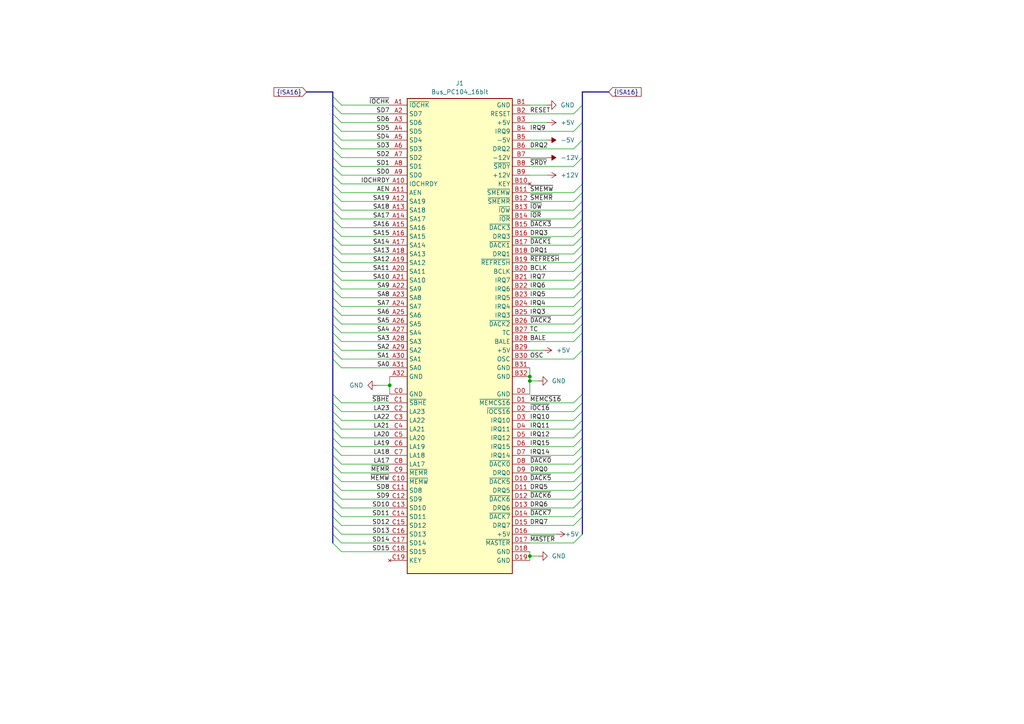
<source format=kicad_sch>
(kicad_sch (version 20230121) (generator eeschema)
  (paper "A4")
  (title_block (title "PC104 connector"))
  (lib_symbols
    (symbol "local:Bus_PC104_16bit"
      (property "Reference" "J" (at 0 69.215 0))
      (property "Value" "Bus_PC104_16bit" (at 0 1.27 90))
      (symbol "Bus_PC104_16bit_0_0"
        (pin power_in line (at -20.32 -13.97 0) (length 5.08) (name "GND") (number "A32"))
        (pin power_in line (at 20.32 -13.97 180) (length 5.08) (name "GND") (number "B32"))
        (pin no_connect line (at -20.32 -67.31 0) (length 5.08) (name "KEY") (number "C19"))
        (pin power_in line (at 20.32 -67.31 180) (length 5.08) (name "GND") (number "D19"))
      )
      (symbol "Bus_PC104_16bit_0_1"
        (rectangle (start -15.24 66.675) (end 15.24 -71.12) (stroke (width 0.254)) (fill (type background)))
      )
      (symbol "Bus_PC104_16bit_1_1"
        (pin passive line (at -20.32 64.77 0) (length 5.08) (name "~{IOCHK}") (number "A1"))
        (pin passive line (at -20.32 41.91 0) (length 5.08) (name "IOCHRDY") (number "A10"))
        (pin input line (at -20.32 39.37 0) (length 5.08) (name "AEN") (number "A11"))
        (pin tri_state line (at -20.32 36.83 0) (length 5.08) (name "SA19") (number "A12"))
        (pin tri_state line (at -20.32 34.29 0) (length 5.08) (name "SA18") (number "A13"))
        (pin tri_state line (at -20.32 31.75 0) (length 5.08) (name "SA17") (number "A14"))
        (pin tri_state line (at -20.32 29.21 0) (length 5.08) (name "SA16") (number "A15"))
        (pin tri_state line (at -20.32 26.67 0) (length 5.08) (name "SA15") (number "A16"))
        (pin tri_state line (at -20.32 24.13 0) (length 5.08) (name "SA14") (number "A17"))
        (pin tri_state line (at -20.32 21.59 0) (length 5.08) (name "SA13") (number "A18"))
        (pin tri_state line (at -20.32 19.05 0) (length 5.08) (name "SA12") (number "A19"))
        (pin tri_state line (at -20.32 62.23 0) (length 5.08) (name "SD7") (number "A2"))
        (pin tri_state line (at -20.32 16.51 0) (length 5.08) (name "SA11") (number "A20"))
        (pin tri_state line (at -20.32 13.97 0) (length 5.08) (name "SA10") (number "A21"))
        (pin tri_state line (at -20.32 11.43 0) (length 5.08) (name "SA9") (number "A22"))
        (pin tri_state line (at -20.32 8.89 0) (length 5.08) (name "SA8") (number "A23"))
        (pin tri_state line (at -20.32 6.35 0) (length 5.08) (name "SA7") (number "A24"))
        (pin tri_state line (at -20.32 3.81 0) (length 5.08) (name "SA6") (number "A25"))
        (pin tri_state line (at -20.32 1.27 0) (length 5.08) (name "SA5") (number "A26"))
        (pin tri_state line (at -20.32 -1.27 0) (length 5.08) (name "SA4") (number "A27"))
        (pin tri_state line (at -20.32 -3.81 0) (length 5.08) (name "SA3") (number "A28"))
        (pin tri_state line (at -20.32 -6.35 0) (length 5.08) (name "SA2") (number "A29"))
        (pin tri_state line (at -20.32 59.69 0) (length 5.08) (name "SD6") (number "A3"))
        (pin tri_state line (at -20.32 -8.89 0) (length 5.08) (name "SA1") (number "A30"))
        (pin tri_state line (at -20.32 -11.43 0) (length 5.08) (name "SA0") (number "A31"))
        (pin tri_state line (at -20.32 57.15 0) (length 5.08) (name "SD5") (number "A4"))
        (pin tri_state line (at -20.32 54.61 0) (length 5.08) (name "SD4") (number "A5"))
        (pin tri_state line (at -20.32 52.07 0) (length 5.08) (name "SD3") (number "A6"))
        (pin tri_state line (at -20.32 49.53 0) (length 5.08) (name "SD2") (number "A7"))
        (pin tri_state line (at -20.32 46.99 0) (length 5.08) (name "SD1") (number "A8"))
        (pin tri_state line (at -20.32 44.45 0) (length 5.08) (name "SD0") (number "A9"))
        (pin power_in line (at 20.32 64.77 180) (length 5.08) (name "GND") (number "B1"))
        (pin no_connect line (at 20.32 41.91 180) (length 5.08) (name "KEY") (number "B10"))
        (pin input line (at 20.32 39.37 180) (length 5.08) (name "~{SMEMW}") (number "B11"))
        (pin input line (at 20.32 36.83 180) (length 5.08) (name "~{SMEMR}") (number "B12"))
        (pin input line (at 20.32 34.29 180) (length 5.08) (name "~{IOW}") (number "B13"))
        (pin input line (at 20.32 31.75 180) (length 5.08) (name "~{IOR}") (number "B14"))
        (pin passive line (at 20.32 29.21 180) (length 5.08) (name "~{DACK3}") (number "B15"))
        (pin passive line (at 20.32 26.67 180) (length 5.08) (name "DRQ3") (number "B16"))
        (pin passive line (at 20.32 24.13 180) (length 5.08) (name "~{DACK1}") (number "B17"))
        (pin passive line (at 20.32 21.59 180) (length 5.08) (name "DRQ1") (number "B18"))
        (pin passive line (at 20.32 19.05 180) (length 5.08) (name "~{REFRESH}") (number "B19"))
        (pin input line (at 20.32 62.23 180) (length 5.08) (name "RESET") (number "B2"))
        (pin input line (at 20.32 16.51 180) (length 5.08) (name "BCLK") (number "B20"))
        (pin passive line (at 20.32 13.97 180) (length 5.08) (name "IRQ7") (number "B21"))
        (pin passive line (at 20.32 11.43 180) (length 5.08) (name "IRQ6") (number "B22"))
        (pin passive line (at 20.32 8.89 180) (length 5.08) (name "IRQ5") (number "B23"))
        (pin passive line (at 20.32 6.35 180) (length 5.08) (name "IRQ4") (number "B24"))
        (pin passive line (at 20.32 3.81 180) (length 5.08) (name "IRQ3") (number "B25"))
        (pin passive line (at 20.32 1.27 180) (length 5.08) (name "~{DACK2}") (number "B26"))
        (pin passive line (at 20.32 -1.27 180) (length 5.08) (name "TC") (number "B27"))
        (pin input line (at 20.32 -3.81 180) (length 5.08) (name "BALE") (number "B28"))
        (pin power_in line (at 20.32 -6.35 180) (length 5.08) (name "+5V") (number "B29"))
        (pin power_in line (at 20.32 59.69 180) (length 5.08) (name "+5V") (number "B3"))
        (pin input line (at 20.32 -8.89 180) (length 5.08) (name "OSC") (number "B30"))
        (pin power_in line (at 20.32 -11.43 180) (length 5.08) (name "GND") (number "B31"))
        (pin passive line (at 20.32 57.15 180) (length 5.08) (name "IRQ9") (number "B4"))
        (pin power_in line (at 20.32 54.61 180) (length 5.08) (name "-5V") (number "B5"))
        (pin passive line (at 20.32 52.07 180) (length 5.08) (name "DRQ2") (number "B6"))
        (pin power_in line (at 20.32 49.53 180) (length 5.08) (name "-12V") (number "B7"))
        (pin input line (at 20.32 46.99 180) (length 5.08) (name "~{SRDY}") (number "B8"))
        (pin power_in line (at 20.32 44.45 180) (length 5.08) (name "+12V") (number "B9"))
        (pin power_in line (at -20.32 -19.05 0) (length 5.08) (name "GND") (number "C0"))
        (pin passive line (at -20.32 -21.59 0) (length 5.08) (name "~{SBHE}") (number "C1"))
        (pin input line (at -20.32 -44.45 0) (length 5.08) (name "~{MEMW}") (number "C10"))
        (pin tri_state line (at -20.32 -46.99 0) (length 5.08) (name "SD8") (number "C11"))
        (pin tri_state line (at -20.32 -49.53 0) (length 5.08) (name "SD9") (number "C12"))
        (pin tri_state line (at -20.32 -52.07 0) (length 5.08) (name "SD10") (number "C13"))
        (pin tri_state line (at -20.32 -54.61 0) (length 5.08) (name "SD11") (number "C14"))
        (pin tri_state line (at -20.32 -57.15 0) (length 5.08) (name "SD12") (number "C15"))
        (pin tri_state line (at -20.32 -59.69 0) (length 5.08) (name "SD13") (number "C16"))
        (pin tri_state line (at -20.32 -62.23 0) (length 5.08) (name "SD14") (number "C17"))
        (pin tri_state line (at -20.32 -64.77 0) (length 5.08) (name "SD15") (number "C18"))
        (pin passive line (at -20.32 -24.13 0) (length 5.08) (name "LA23") (number "C2"))
        (pin passive line (at -20.32 -26.67 0) (length 5.08) (name "LA22") (number "C3"))
        (pin passive line (at -20.32 -29.21 0) (length 5.08) (name "LA21") (number "C4"))
        (pin passive line (at -20.32 -31.75 0) (length 5.08) (name "LA20") (number "C5"))
        (pin passive line (at -20.32 -34.29 0) (length 5.08) (name "LA19") (number "C6"))
        (pin passive line (at -20.32 -36.83 0) (length 5.08) (name "LA18") (number "C7"))
        (pin passive line (at -20.32 -39.37 0) (length 5.08) (name "LA17") (number "C8"))
        (pin input line (at -20.32 -41.91 0) (length 5.08) (name "~{MEMR}") (number "C9"))
        (pin power_in line (at 20.32 -19.05 180) (length 5.08) (name "GND") (number "D0"))
        (pin passive line (at 20.32 -21.59 180) (length 5.08) (name "~{MEMCS16}") (number "D1"))
        (pin input line (at 20.32 -44.45 180) (length 5.08) (name "~{DACK5}") (number "D10"))
        (pin passive line (at 20.32 -46.99 180) (length 5.08) (name "DRQ5") (number "D11"))
        (pin input line (at 20.32 -49.53 180) (length 5.08) (name "~{DACK6}") (number "D12"))
        (pin passive line (at 20.32 -52.07 180) (length 5.08) (name "DRQ6") (number "D13"))
        (pin input line (at 20.32 -54.61 180) (length 5.08) (name "~{DACK7}") (number "D14"))
        (pin passive line (at 20.32 -57.15 180) (length 5.08) (name "DRQ7") (number "D15"))
        (pin power_in line (at 20.32 -59.69 180) (length 5.08) (name "+5V") (number "D16"))
        (pin passive line (at 20.32 -62.23 180) (length 5.08) (name "~{MASTER}") (number "D17"))
        (pin power_in line (at 20.32 -64.77 180) (length 5.08) (name "GND") (number "D18"))
        (pin passive line (at 20.32 -24.13 180) (length 5.08) (name "~{IOCS16}") (number "D2"))
        (pin passive line (at 20.32 -26.67 180) (length 5.08) (name "IRQ10") (number "D3"))
        (pin passive line (at 20.32 -29.21 180) (length 5.08) (name "IRQ11") (number "D4"))
        (pin passive line (at 20.32 -31.75 180) (length 5.08) (name "IRQ12") (number "D5"))
        (pin passive line (at 20.32 -34.29 180) (length 5.08) (name "IRQ15") (number "D6"))
        (pin passive line (at 20.32 -36.83 180) (length 5.08) (name "IRQ14") (number "D7"))
        (pin input line (at 20.32 -39.37 180) (length 5.08) (name "~{DACK0}") (number "D8"))
        (pin passive line (at 20.32 -41.91 180) (length 5.08) (name "DRQ0") (number "D9"))
      )
    )
    (symbol "power:+12V" (power) (pin_names (offset 0))
      (property "Value" "+12V" (at 0 3.556 0))
      (symbol "+12V_0_1"
        (polyline (pts (xy -0.762 1.27) (xy 0 2.54)))
        (polyline (pts (xy 0 0) (xy 0 2.54)))
        (polyline (pts (xy 0 2.54) (xy 0.762 1.27)))
      )
      (symbol "+12V_1_1"
        (pin power_in line (at 0 0 90) (length 0) hide (name "+12V") (number "1"))
      )
    )
    (symbol "power:+5V" (power) (pin_names (offset 0))
      (property "Value" "+5V" (at 0 3.556 0))
      (symbol "+5V_0_1"
        (polyline (pts (xy -0.762 1.27) (xy 0 2.54)))
        (polyline (pts (xy 0 0) (xy 0 2.54)))
        (polyline (pts (xy 0 2.54) (xy 0.762 1.27)))
      )
      (symbol "+5V_1_1"
        (pin power_in line (at 0 0 90) (length 0) hide (name "+5V") (number "1"))
      )
    )
    (symbol "power:-12V" (power) (pin_names (offset 0))
      (property "Value" "-12V" (at 0 3.81 0))
      (symbol "-12V_0_0"
        (pin power_in line (at 0 0 90) (length 0) hide (name "-12V") (number "1"))
      )
      (symbol "-12V_0_1"
        (polyline (pts (xy 0 0) (xy 0 1.27) (xy 0.762 1.27) (xy 0 2.54) (xy -0.762 1.27) (xy 0 1.27)) (fill (type outline)))
      )
    )
    (symbol "power:-5V" (power) (pin_names (offset 0))
      (property "Value" "-5V" (at 0 3.81 0))
      (symbol "-5V_0_0"
        (pin power_in line (at 0 0 90) (length 0) hide (name "-5V") (number "1"))
      )
      (symbol "-5V_0_1"
        (polyline (pts (xy 0 0) (xy 0 1.27) (xy 0.762 1.27) (xy 0 2.54) (xy -0.762 1.27) (xy 0 1.27)) (fill (type outline)))
      )
    )
    (symbol "power:GND" (power) (pin_names (offset 0))
      (property "Value" "GND" (at 0 -3.81 0))
      (symbol "GND_0_1"
        (polyline (pts (xy 0 0) (xy 0 -1.27) (xy 1.27 -1.27) (xy 0 -2.54) (xy -1.27 -1.27) (xy 0 -1.27)))
      )
      (symbol "GND_1_1"
        (pin power_in line (at 0 0 270) (length 0) hide (name "GND") (number "1"))
      )
    )
  )
  (junction (at 153.67 110.49))
  (junction (at 153.67 161.29))
  (junction (at 153.67 109.22))
  (junction (at 113.03 111.76))
  (bus_entry (at 168.91 144.78) (size -2.54 2.54))
  (bus_entry (at 96.52 63.5) (size 2.54 2.54))
  (bus_entry (at 96.52 119.38) (size 2.54 2.54))
  (bus_entry (at 168.91 147.32) (size -2.54 2.54))
  (bus_entry (at 168.91 142.24) (size -2.54 2.54))
  (bus_entry (at 96.52 96.52) (size 2.54 2.54))
  (bus_entry (at 168.91 81.28) (size -2.54 2.54))
  (bus_entry (at 96.52 48.26) (size 2.54 2.54))
  (bus_entry (at 168.91 68.58) (size -2.54 2.54))
  (bus_entry (at 96.52 142.24) (size 2.54 2.54))
  (bus_entry (at 168.91 63.5) (size -2.54 2.54))
  (bus_entry (at 96.52 71.12) (size 2.54 2.54))
  (bus_entry (at 168.91 114.3) (size -2.54 2.54))
  (bus_entry (at 96.52 53.34) (size 2.54 2.54))
  (bus_entry (at 168.91 124.46) (size -2.54 2.54))
  (bus_entry (at 96.52 73.66) (size 2.54 2.54))
  (bus_entry (at 168.91 119.38) (size -2.54 2.54))
  (bus_entry (at 168.91 78.74) (size -2.54 2.54))
  (bus_entry (at 96.52 83.82) (size 2.54 2.54))
  (bus_entry (at 96.52 55.88) (size 2.54 2.54))
  (bus_entry (at 96.52 157.48) (size 2.54 2.54))
  (bus_entry (at 168.91 96.52) (size -2.54 2.54))
  (bus_entry (at 168.91 137.16) (size -2.54 2.54))
  (bus_entry (at 168.91 149.86) (size -2.54 2.54))
  (bus_entry (at 96.52 40.64) (size 2.54 2.54))
  (bus_entry (at 168.91 30.48) (size -2.54 2.54))
  (bus_entry (at 96.52 33.02) (size 2.54 2.54))
  (bus_entry (at 168.91 60.96) (size -2.54 2.54))
  (bus_entry (at 96.52 81.28) (size 2.54 2.54))
  (bus_entry (at 96.52 99.06) (size 2.54 2.54))
  (bus_entry (at 168.91 53.34) (size -2.54 2.54))
  (bus_entry (at 96.52 152.4) (size 2.54 2.54))
  (bus_entry (at 96.52 114.3) (size 2.54 2.54))
  (bus_entry (at 168.91 93.98) (size -2.54 2.54))
  (bus_entry (at 168.91 55.88) (size -2.54 2.54))
  (bus_entry (at 168.91 91.44) (size -2.54 2.54))
  (bus_entry (at 96.52 121.92) (size 2.54 2.54))
  (bus_entry (at 96.52 50.8) (size 2.54 2.54))
  (bus_entry (at 96.52 43.18) (size 2.54 2.54))
  (bus_entry (at 96.52 30.48) (size 2.54 2.54))
  (bus_entry (at 96.52 35.56) (size 2.54 2.54))
  (bus_entry (at 168.91 40.64) (size -2.54 2.54))
  (bus_entry (at 96.52 139.7) (size 2.54 2.54))
  (bus_entry (at 168.91 154.94) (size -2.54 2.54))
  (bus_entry (at 96.52 137.16) (size 2.54 2.54))
  (bus_entry (at 96.52 134.62) (size 2.54 2.54))
  (bus_entry (at 96.52 147.32) (size 2.54 2.54))
  (bus_entry (at 96.52 132.08) (size 2.54 2.54))
  (bus_entry (at 96.52 154.94) (size 2.54 2.54))
  (bus_entry (at 96.52 91.44) (size 2.54 2.54))
  (bus_entry (at 96.52 93.98) (size 2.54 2.54))
  (bus_entry (at 96.52 104.14) (size 2.54 2.54))
  (bus_entry (at 168.91 129.54) (size -2.54 2.54))
  (bus_entry (at 168.91 35.56) (size -2.54 2.54))
  (bus_entry (at 168.91 88.9) (size -2.54 2.54))
  (bus_entry (at 96.52 149.86) (size 2.54 2.54))
  (bus_entry (at 96.52 76.2) (size 2.54 2.54))
  (bus_entry (at 96.52 86.36) (size 2.54 2.54))
  (bus_entry (at 168.91 101.6) (size -2.54 2.54))
  (bus_entry (at 168.91 121.92) (size -2.54 2.54))
  (bus_entry (at 168.91 76.2) (size -2.54 2.54))
  (bus_entry (at 96.52 127) (size 2.54 2.54))
  (bus_entry (at 168.91 127) (size -2.54 2.54))
  (bus_entry (at 96.52 60.96) (size 2.54 2.54))
  (bus_entry (at 168.91 139.7) (size -2.54 2.54))
  (bus_entry (at 96.52 124.46) (size 2.54 2.54))
  (bus_entry (at 96.52 144.78) (size 2.54 2.54))
  (bus_entry (at 168.91 73.66) (size -2.54 2.54))
  (bus_entry (at 168.91 86.36) (size -2.54 2.54))
  (bus_entry (at 96.52 78.74) (size 2.54 2.54))
  (bus_entry (at 96.52 38.1) (size 2.54 2.54))
  (bus_entry (at 96.52 27.94) (size 2.54 2.54))
  (bus_entry (at 168.91 58.42) (size -2.54 2.54))
  (bus_entry (at 168.91 45.72) (size -2.54 2.54))
  (bus_entry (at 168.91 71.12) (size -2.54 2.54))
  (bus_entry (at 96.52 66.04) (size 2.54 2.54))
  (bus_entry (at 168.91 116.84) (size -2.54 2.54))
  (bus_entry (at 96.52 101.6) (size 2.54 2.54))
  (bus_entry (at 96.52 129.54) (size 2.54 2.54))
  (bus_entry (at 168.91 134.62) (size -2.54 2.54))
  (bus_entry (at 168.91 83.82) (size -2.54 2.54))
  (bus_entry (at 96.52 45.72) (size 2.54 2.54))
  (bus_entry (at 168.91 132.08) (size -2.54 2.54))
  (bus_entry (at 96.52 88.9) (size 2.54 2.54))
  (bus_entry (at 168.91 66.04) (size -2.54 2.54))
  (bus_entry (at 96.52 116.84) (size 2.54 2.54))
  (bus_entry (at 96.52 68.58) (size 2.54 2.54))
  (bus_entry (at 96.52 58.42) (size 2.54 2.54))
  (wire (pts (xy 153.67 68.58) (xy 166.37 68.58)))
  (bus (pts (xy 96.52 88.9) (xy 96.52 91.44)))
  (bus (pts (xy 168.91 40.64) (xy 168.91 45.72)))
  (bus (pts (xy 168.91 55.88) (xy 168.91 58.42)))
  (wire (pts (xy 99.06 40.64) (xy 113.03 40.64)))
  (bus (pts (xy 88.9 26.67) (xy 96.52 26.67)))
  (bus (pts (xy 96.52 154.94) (xy 96.52 157.48)))
  (wire (pts (xy 99.06 129.54) (xy 113.03 129.54)))
  (wire (pts (xy 109.22 111.76) (xy 113.03 111.76)))
  (wire (pts (xy 153.67 152.4) (xy 166.37 152.4)))
  (bus (pts (xy 96.52 121.92) (xy 96.52 124.46)))
  (bus (pts (xy 96.52 99.06) (xy 96.52 101.6)))
  (wire (pts (xy 153.67 119.38) (xy 166.37 119.38)))
  (wire (pts (xy 99.06 144.78) (xy 113.03 144.78)))
  (bus (pts (xy 168.91 116.84) (xy 168.91 119.38)))
  (bus (pts (xy 168.91 26.67) (xy 176.53 26.67)))
  (wire (pts (xy 99.06 157.48) (xy 113.03 157.48)))
  (wire (pts (xy 153.67 78.74) (xy 166.37 78.74)))
  (wire (pts (xy 153.67 93.98) (xy 166.37 93.98)))
  (wire (pts (xy 99.06 68.58) (xy 113.03 68.58)))
  (bus (pts (xy 168.91 119.38) (xy 168.91 121.92)))
  (wire (pts (xy 153.67 124.46) (xy 166.37 124.46)))
  (bus (pts (xy 168.91 101.6) (xy 168.91 114.3)))
  (wire (pts (xy 99.06 147.32) (xy 113.03 147.32)))
  (bus (pts (xy 96.52 132.08) (xy 96.52 134.62)))
  (wire (pts (xy 99.06 78.74) (xy 113.03 78.74)))
  (wire (pts (xy 99.06 134.62) (xy 113.03 134.62)))
  (bus (pts (xy 96.52 60.96) (xy 96.52 63.5)))
  (wire (pts (xy 153.67 104.14) (xy 166.37 104.14)))
  (wire (pts (xy 99.06 38.1) (xy 113.03 38.1)))
  (bus (pts (xy 96.52 101.6) (xy 96.52 104.14)))
  (wire (pts (xy 99.06 33.02) (xy 113.03 33.02)))
  (wire (pts (xy 153.67 45.72) (xy 158.75 45.72)))
  (wire (pts (xy 153.67 33.02) (xy 166.37 33.02)))
  (wire (pts (xy 153.67 83.82) (xy 166.37 83.82)))
  (bus (pts (xy 96.52 68.58) (xy 96.52 71.12)))
  (wire (pts (xy 99.06 132.08) (xy 113.03 132.08)))
  (wire (pts (xy 99.06 58.42) (xy 113.03 58.42)))
  (bus (pts (xy 96.52 48.26) (xy 96.52 50.8)))
  (bus (pts (xy 168.91 137.16) (xy 168.91 139.7)))
  (bus (pts (xy 168.91 60.96) (xy 168.91 63.5)))
  (bus (pts (xy 168.91 127) (xy 168.91 129.54)))
  (bus (pts (xy 96.52 124.46) (xy 96.52 127)))
  (bus (pts (xy 96.52 116.84) (xy 96.52 119.38)))
  (bus (pts (xy 96.52 81.28) (xy 96.52 83.82)))
  (wire (pts (xy 166.37 38.1) (xy 153.67 38.1)))
  (bus (pts (xy 96.52 91.44) (xy 96.52 93.98)))
  (wire (pts (xy 153.67 48.26) (xy 166.37 48.26)))
  (bus (pts (xy 96.52 35.56) (xy 96.52 38.1)))
  (bus (pts (xy 96.52 43.18) (xy 96.52 45.72)))
  (wire (pts (xy 99.06 106.68) (xy 113.03 106.68)))
  (bus (pts (xy 168.91 73.66) (xy 168.91 76.2)))
  (wire (pts (xy 153.67 121.92) (xy 166.37 121.92)))
  (bus (pts (xy 168.91 91.44) (xy 168.91 93.98)))
  (wire (pts (xy 99.06 53.34) (xy 113.03 53.34)))
  (bus (pts (xy 96.52 53.34) (xy 96.52 55.88)))
  (bus (pts (xy 168.91 53.34) (xy 168.91 55.88)))
  (wire (pts (xy 99.06 45.72) (xy 113.03 45.72)))
  (bus (pts (xy 96.52 142.24) (xy 96.52 144.78)))
  (bus (pts (xy 96.52 58.42) (xy 96.52 60.96)))
  (wire (pts (xy 153.67 60.96) (xy 166.37 60.96)))
  (wire (pts (xy 99.06 137.16) (xy 113.03 137.16)))
  (wire (pts (xy 153.67 99.06) (xy 166.37 99.06)))
  (wire (pts (xy 153.67 134.62) (xy 166.37 134.62)))
  (bus (pts (xy 168.91 30.48) (xy 168.91 35.56)))
  (bus (pts (xy 96.52 152.4) (xy 96.52 154.94)))
  (bus (pts (xy 168.91 124.46) (xy 168.91 127)))
  (bus (pts (xy 168.91 86.36) (xy 168.91 88.9)))
  (wire (pts (xy 153.67 110.49) (xy 156.21 110.49)))
  (bus (pts (xy 96.52 127) (xy 96.52 129.54)))
  (bus (pts (xy 168.91 144.78) (xy 168.91 147.32)))
  (bus (pts (xy 96.52 96.52) (xy 96.52 99.06)))
  (bus (pts (xy 168.91 139.7) (xy 168.91 142.24)))
  (bus (pts (xy 96.52 139.7) (xy 96.52 142.24)))
  (wire (pts (xy 99.06 160.02) (xy 113.03 160.02)))
  (wire (pts (xy 99.06 63.5) (xy 113.03 63.5)))
  (wire (pts (xy 153.67 96.52) (xy 166.37 96.52)))
  (wire (pts (xy 99.06 43.18) (xy 113.03 43.18)))
  (wire (pts (xy 99.06 142.24) (xy 113.03 142.24)))
  (bus (pts (xy 96.52 144.78) (xy 96.52 147.32)))
  (wire (pts (xy 153.67 101.6) (xy 157.48 101.6)))
  (bus (pts (xy 168.91 78.74) (xy 168.91 81.28)))
  (bus (pts (xy 168.91 45.72) (xy 168.91 53.34)))
  (wire (pts (xy 99.06 73.66) (xy 113.03 73.66)))
  (bus (pts (xy 168.91 142.24) (xy 168.91 144.78)))
  (bus (pts (xy 96.52 93.98) (xy 96.52 96.52)))
  (bus (pts (xy 96.52 27.94) (xy 96.52 30.48)))
  (wire (pts (xy 153.67 144.78) (xy 166.37 144.78)))
  (wire (pts (xy 153.67 129.54) (xy 166.37 129.54)))
  (bus (pts (xy 96.52 38.1) (xy 96.52 40.64)))
  (wire (pts (xy 99.06 93.98) (xy 113.03 93.98)))
  (wire (pts (xy 153.67 161.29) (xy 156.21 161.29)))
  (wire (pts (xy 153.67 139.7) (xy 166.37 139.7)))
  (bus (pts (xy 96.52 66.04) (xy 96.52 68.58)))
  (wire (pts (xy 153.67 137.16) (xy 166.37 137.16)))
  (bus (pts (xy 96.52 73.66) (xy 96.52 76.2)))
  (bus (pts (xy 168.91 129.54) (xy 168.91 132.08)))
  (wire (pts (xy 153.67 149.86) (xy 166.37 149.86)))
  (wire (pts (xy 153.67 50.8) (xy 158.75 50.8)))
  (bus (pts (xy 96.52 40.64) (xy 96.52 43.18)))
  (wire (pts (xy 153.67 110.49) (xy 153.67 114.3)))
  (wire (pts (xy 113.03 111.76) (xy 113.03 109.22)))
  (wire (pts (xy 153.67 63.5) (xy 166.37 63.5)))
  (wire (pts (xy 99.06 101.6) (xy 113.03 101.6)))
  (bus (pts (xy 96.52 149.86) (xy 96.52 152.4)))
  (wire (pts (xy 99.06 99.06) (xy 113.03 99.06)))
  (wire (pts (xy 153.67 35.56) (xy 158.75 35.56)))
  (wire (pts (xy 153.67 147.32) (xy 166.37 147.32)))
  (wire (pts (xy 113.03 111.76) (xy 113.03 114.3)))
  (bus (pts (xy 96.52 45.72) (xy 96.52 48.26)))
  (bus (pts (xy 96.52 50.8) (xy 96.52 53.34)))
  (wire (pts (xy 99.06 152.4) (xy 113.03 152.4)))
  (bus (pts (xy 168.91 63.5) (xy 168.91 66.04)))
  (bus (pts (xy 96.52 114.3) (xy 96.52 116.84)))
  (wire (pts (xy 99.06 124.46) (xy 113.03 124.46)))
  (bus (pts (xy 96.52 78.74) (xy 96.52 81.28)))
  (wire (pts (xy 153.67 58.42) (xy 166.37 58.42)))
  (wire (pts (xy 153.67 81.28) (xy 166.37 81.28)))
  (wire (pts (xy 99.06 96.52) (xy 113.03 96.52)))
  (wire (pts (xy 99.06 121.92) (xy 113.03 121.92)))
  (bus (pts (xy 168.91 66.04) (xy 168.91 68.58)))
  (wire (pts (xy 153.67 106.68) (xy 153.67 109.22)))
  (wire (pts (xy 153.67 86.36) (xy 166.37 86.36)))
  (wire (pts (xy 153.67 161.29) (xy 153.67 162.56)))
  (wire (pts (xy 99.06 154.94) (xy 113.03 154.94)))
  (bus (pts (xy 168.91 88.9) (xy 168.91 91.44)))
  (wire (pts (xy 99.06 116.84) (xy 113.03 116.84)))
  (bus (pts (xy 96.52 119.38) (xy 96.52 121.92)))
  (wire (pts (xy 153.67 127) (xy 166.37 127)))
  (bus (pts (xy 168.91 149.86) (xy 168.91 154.94)))
  (wire (pts (xy 99.06 139.7) (xy 113.03 139.7)))
  (bus (pts (xy 168.91 93.98) (xy 168.91 96.52)))
  (wire (pts (xy 99.06 91.44) (xy 113.03 91.44)))
  (wire (pts (xy 153.67 71.12) (xy 166.37 71.12)))
  (wire (pts (xy 153.67 88.9) (xy 166.37 88.9)))
  (wire (pts (xy 99.06 149.86) (xy 113.03 149.86)))
  (bus (pts (xy 168.91 58.42) (xy 168.91 60.96)))
  (bus (pts (xy 96.52 71.12) (xy 96.52 73.66)))
  (bus (pts (xy 168.91 81.28) (xy 168.91 83.82)))
  (bus (pts (xy 168.91 71.12) (xy 168.91 73.66)))
  (wire (pts (xy 153.67 40.64) (xy 158.75 40.64)))
  (wire (pts (xy 153.67 110.49) (xy 153.67 109.22)))
  (bus (pts (xy 96.52 30.48) (xy 96.52 33.02)))
  (bus (pts (xy 96.52 137.16) (xy 96.52 139.7)))
  (wire (pts (xy 153.67 66.04) (xy 166.37 66.04)))
  (wire (pts (xy 99.06 83.82) (xy 113.03 83.82)))
  (wire (pts (xy 99.06 55.88) (xy 113.03 55.88)))
  (wire (pts (xy 99.06 30.48) (xy 113.03 30.48)))
  (wire (pts (xy 153.67 76.2) (xy 166.37 76.2)))
  (wire (pts (xy 99.06 104.14) (xy 113.03 104.14)))
  (wire (pts (xy 99.06 35.56) (xy 113.03 35.56)))
  (bus (pts (xy 96.52 104.14) (xy 96.52 114.3)))
  (wire (pts (xy 99.06 119.38) (xy 113.03 119.38)))
  (wire (pts (xy 153.67 55.88) (xy 166.37 55.88)))
  (bus (pts (xy 96.52 83.82) (xy 96.52 86.36)))
  (wire (pts (xy 153.67 91.44) (xy 166.37 91.44)))
  (wire (pts (xy 99.06 81.28) (xy 113.03 81.28)))
  (wire (pts (xy 153.67 160.02) (xy 153.67 161.29)))
  (bus (pts (xy 96.52 134.62) (xy 96.52 137.16)))
  (wire (pts (xy 153.67 43.18) (xy 166.37 43.18)))
  (bus (pts (xy 168.91 114.3) (xy 168.91 116.84)))
  (bus (pts (xy 168.91 83.82) (xy 168.91 86.36)))
  (bus (pts (xy 96.52 147.32) (xy 96.52 149.86)))
  (bus (pts (xy 168.91 121.92) (xy 168.91 124.46)))
  (bus (pts (xy 168.91 35.56) (xy 168.91 40.64)))
  (bus (pts (xy 168.91 132.08) (xy 168.91 134.62)))
  (bus (pts (xy 96.52 26.67) (xy 96.52 27.94)))
  (bus (pts (xy 96.52 86.36) (xy 96.52 88.9)))
  (wire (pts (xy 99.06 86.36) (xy 113.03 86.36)))
  (bus (pts (xy 168.91 134.62) (xy 168.91 137.16)))
  (bus (pts (xy 96.52 63.5) (xy 96.52 66.04)))
  (bus (pts (xy 96.52 129.54) (xy 96.52 132.08)))
  (wire (pts (xy 99.06 60.96) (xy 113.03 60.96)))
  (bus (pts (xy 168.91 68.58) (xy 168.91 71.12)))
  (bus (pts (xy 96.52 33.02) (xy 96.52 35.56)))
  (wire (pts (xy 99.06 88.9) (xy 113.03 88.9)))
  (wire (pts (xy 153.67 142.24) (xy 166.37 142.24)))
  (bus (pts (xy 96.52 55.88) (xy 96.52 58.42)))
  (bus (pts (xy 168.91 76.2) (xy 168.91 78.74)))
  (wire (pts (xy 153.67 154.94) (xy 161.29 154.94)))
  (bus (pts (xy 96.52 76.2) (xy 96.52 78.74)))
  (bus (pts (xy 168.91 147.32) (xy 168.91 149.86)))
  (wire (pts (xy 99.06 71.12) (xy 113.03 71.12)))
  (wire (pts (xy 153.67 132.08) (xy 166.37 132.08)))
  (wire (pts (xy 153.67 116.84) (xy 166.37 116.84)))
  (wire (pts (xy 99.06 50.8) (xy 113.03 50.8)))
  (wire (pts (xy 153.67 157.48) (xy 166.37 157.48)))
  (wire (pts (xy 99.06 48.26) (xy 113.03 48.26)))
  (wire (pts (xy 153.67 30.48) (xy 158.75 30.48)))
  (wire (pts (xy 99.06 76.2) (xy 113.03 76.2)))
  (wire (pts (xy 153.67 73.66) (xy 166.37 73.66)))
  (bus (pts (xy 168.91 26.67) (xy 168.91 30.48)))
  (bus (pts (xy 168.91 96.52) (xy 168.91 101.6)))
  (wire (pts (xy 99.06 127) (xy 113.03 127)))
  (wire (pts (xy 99.06 66.04) (xy 113.03 66.04)))
  (label "DRQ1" (at 153.67 73.66 0))
  (label "DRQ5" (at 153.67 142.24 0))
  (label "SA2" (at 113.03 101.6 180))
  (label "DRQ0" (at 153.67 137.16 0))
  (label "IRQ6" (at 153.67 83.82 0))
  (label "IRQ3" (at 153.67 91.44 0))
  (label "~{DACK7}" (at 153.67 149.86 0))
  (label "~{SMEMR}" (at 153.67 58.42 0))
  (label "SD4" (at 113.03 40.64 180))
  (label "IRQ10" (at 153.67 121.92 0))
  (label "LA17" (at 113.03 134.62 180))
  (label "LA20" (at 113.03 127 180))
  (label "IRQ9" (at 153.67 38.1 0))
  (label "DRQ6" (at 153.67 147.32 0))
  (label "LA18" (at 113.03 132.08 180))
  (label "SA10" (at 113.03 81.28 180))
  (label "~{DACK2}" (at 153.67 93.98 0))
  (label "~{SMEMW}" (at 153.67 55.88 0))
  (label "IRQ4" (at 153.67 88.9 0))
  (label "SD2" (at 113.03 45.72 180))
  (label "SA0" (at 113.03 106.68 180))
  (label "IRQ14" (at 153.67 132.08 0))
  (label "SA5" (at 113.03 93.98 180))
  (label "SA9" (at 113.03 83.82 180))
  (label "SA19" (at 113.03 58.42 180))
  (label "~{DACK3}" (at 153.67 66.04 0))
  (label "SD14" (at 113.03 157.48 180))
  (label "~{IOC16}" (at 153.67 119.38 0))
  (label "IOCHRDY" (at 113.03 53.34 180))
  (label "SA17" (at 113.03 63.5 180))
  (label "SA16" (at 113.03 66.04 180))
  (label "LA22" (at 113.03 121.92 180))
  (label "SD11" (at 113.03 149.86 180))
  (label "SA13" (at 113.03 73.66 180))
  (label "~{IOW}" (at 153.67 60.96 0))
  (label "SD1" (at 113.03 48.26 180))
  (label "SA6" (at 113.03 91.44 180))
  (label "LA23" (at 113.03 119.38 180))
  (label "~{MEMW}" (at 113.03 139.7 180))
  (label "SD7" (at 113.03 33.02 180))
  (label "IRQ15" (at 153.67 129.54 0))
  (label "SD6" (at 113.03 35.56 180))
  (label "LA21" (at 113.03 124.46 180))
  (label "SA12" (at 113.03 76.2 180))
  (label "SA14" (at 113.03 71.12 180))
  (label "IRQ5" (at 153.67 86.36 0))
  (label "~{DACK5}" (at 153.67 139.7 0))
  (label "TC" (at 153.67 96.52 0))
  (label "IRQ11" (at 153.67 124.46 0))
  (label "DRQ2" (at 153.67 43.18 0))
  (label "SD8" (at 113.03 142.24 180))
  (label "~{MEMCS16}" (at 153.67 116.84 0))
  (label "~{IOR}" (at 153.67 63.5 0))
  (label "SD3" (at 113.03 43.18 180))
  (label "OSC" (at 153.67 104.14 0))
  (label "~{IOCHK}" (at 113.03 30.48 180))
  (label "SD5" (at 113.03 38.1 180))
  (label "LA19" (at 113.03 129.54 180))
  (label "IRQ12" (at 153.67 127 0))
  (label "DRQ7" (at 153.67 152.4 0))
  (label "RESET" (at 153.67 33.02 0))
  (label "SA1" (at 113.03 104.14 180))
  (label "SD12" (at 113.03 152.4 180))
  (label "~{DACK0}" (at 153.67 134.62 0))
  (label "SD9" (at 113.03 144.78 180))
  (label "SD13" (at 113.03 154.94 180))
  (label "DRQ3" (at 153.67 68.58 0))
  (label "SA7" (at 113.03 88.9 180))
  (label "SA3" (at 113.03 99.06 180))
  (label "~{MEMR}" (at 113.03 137.16 180))
  (label "~{REFRESH}" (at 153.67 76.2 0))
  (label "SD10" (at 113.03 147.32 180))
  (label "BCLK" (at 153.67 78.74 0))
  (label "IRQ7" (at 153.67 81.28 0))
  (label "~{MASTER}" (at 153.67 157.48 0))
  (label "~{SBHE}" (at 113.03 116.84 180))
  (label "SD15" (at 113.03 160.02 180))
  (label "AEN" (at 113.03 55.88 180))
  (label "SD0" (at 113.03 50.8 180))
  (label "~{DACK6}" (at 153.67 144.78 0))
  (label "BALE" (at 153.67 99.06 0))
  (label "SA11" (at 113.03 78.74 180))
  (label "~{SRDY}" (at 153.67 48.26 0))
  (label "SA18" (at 113.03 60.96 180))
  (label "SA8" (at 113.03 86.36 180))
  (label "SA4" (at 113.03 96.52 180))
  (label "SA15" (at 113.03 68.58 180))
  (label "~{DACK1}" (at 153.67 71.12 0))
  (global_label "{ISA16}" (shape input) (at 88.9 26.67 180) (property "Intersheetrefs" "${INTERSHEET_REFS}" (effects hide)))
  (global_label "{ISA16}" (shape input) (at 176.53 26.67 0) (property "Intersheetrefs" "${INTERSHEET_REFS}" (effects hide)))
  (symbol (lib_id "power:-5V") (at 158.75 40.64 270) (unit 1)
    (property "Reference" "#PWR07" (effects hide))
    (property "Value" "-5V" (at 162.56 40.64 90) (effects (justify left)))
  )
  (symbol (lib_id "power:GND") (at 156.21 161.29 90) (unit 1)
    (property "Reference" "#PWR03" (effects hide))
    (property "Value" "GND" (at 160.02 161.29 90) (effects (justify right)))
  )
  (symbol (lib_id "local:Bus_PC104_16bit") (at 133.35 95.25 0) (unit 1)
    (property "Reference" "J1" (at 133.35 24.13 0))
    (property "Value" "Bus_PC104_16bit" (at 133.35 26.67 0))
    (property "Footprint" "local:PC104_16bit" (effects hide))
    (property "Datasheet" "https://pc104.org/wp-content/uploads/2015/02/PC104_Spec_v2_6.pdf" (effects hide))
  )
  (symbol (lib_id "power:GND") (at 109.22 111.76 270) (unit 1)
    (property "Reference" "#PWR01" (effects hide))
    (property "Value" "GND" (at 105.41 111.76 90) (effects (justify right)))
  )
  (symbol (lib_id "power:-12V") (at 158.75 45.72 270) (unit 1)
    (property "Reference" "#PWR08" (effects hide))
    (property "Value" "-12V" (at 162.56 45.72 90) (effects (justify left)))
  )
  (symbol (lib_id "power:GND") (at 156.21 110.49 90) (mirror x) (unit 1)
    (property "Reference" "#PWR02" (effects hide))
    (property "Value" "GND" (at 160.02 110.49 90) (effects (justify right)))
  )
  (symbol (lib_id "power:+5V") (at 161.29 154.94 270) (unit 1)
    (property "Reference" "#PWR010" (effects hide))
    (property "Value" "+5V" (at 163.83 154.94 90) (effects (justify left)))
  )
  (symbol (lib_id "power:+12V") (at 158.75 50.8 270) (unit 1)
    (property "Reference" "#PWR09" (effects hide))
    (property "Value" "+12V" (at 162.56 50.8 90) (effects (justify left)))
  )
  (symbol (lib_id "power:+5V") (at 158.75 35.56 270) (unit 1)
    (property "Reference" "#PWR06" (effects hide))
    (property "Value" "+5V" (at 162.56 35.56 90) (effects (justify left)))
  )
  (symbol (lib_id "power:+5V") (at 157.48 101.6 270) (unit 1)
    (property "Reference" "#PWR04" (effects hide))
    (property "Value" "+5V" (at 161.29 101.6 90) (effects (justify left)))
  )
  (symbol (lib_id "power:GND") (at 158.75 30.48 90) (unit 1)
    (property "Reference" "#PWR05" (effects hide))
    (property "Value" "GND" (at 162.56 30.48 90) (effects (justify right)))
  )
)
</source>
